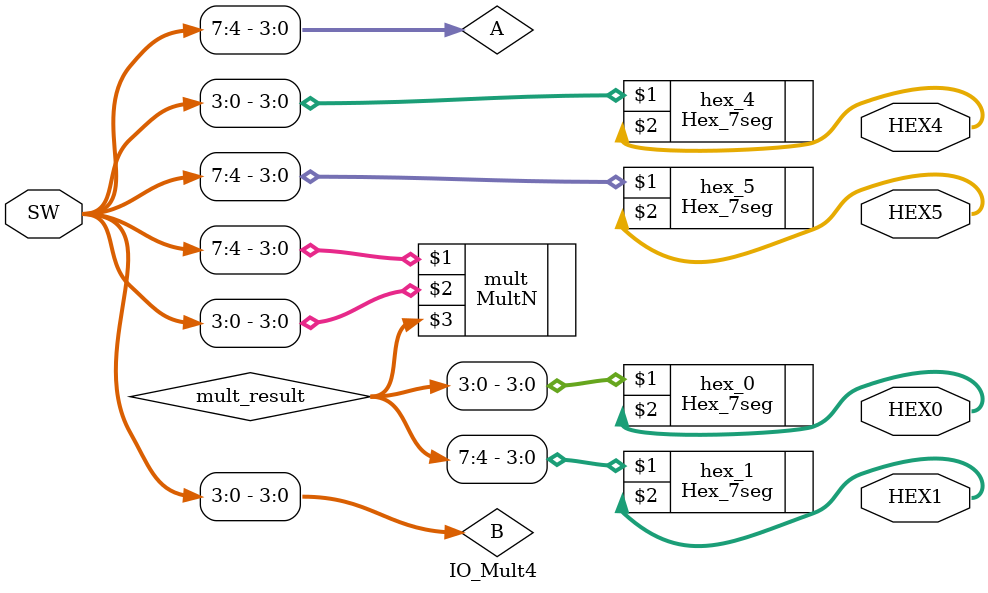
<source format=v>
module IO_Mult4
	(SW, HEX0, HEX1, HEX4, HEX5);

	input [9:0] SW;
	output [6:0] HEX0, HEX1, HEX4, HEX5;
	
	wire [3:0] A, B;
	wire [7:0] mult_result;
	
	assign A = SW[7:4];
	assign B = SW[3:0];
	
	// Display A/B
	Hex_7seg hex_5(A, HEX5);
	Hex_7seg hex_4(B, HEX4);
	
	// Display mult_result
	Hex_7seg hex_1(mult_result[7:4], HEX1);
	Hex_7seg hex_0(mult_result[3:0], HEX0);
	
	// Multiplier
	MultN #(.WIDTH(4)) mult (A, B, mult_result);
endmodule	
	
	
</source>
